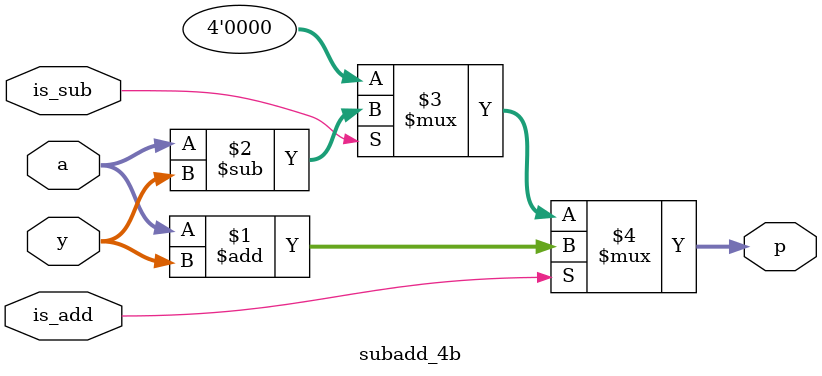
<source format=v>
module subadd_4b(a,y,is_add,is_sub,p);
  input [3:0]a,y;
  input is_add,is_sub;
  output [3:0] p;
  assign p=(is_add)?(a+y):(is_sub)?(a-y): 4'd0;
endmodule


</source>
